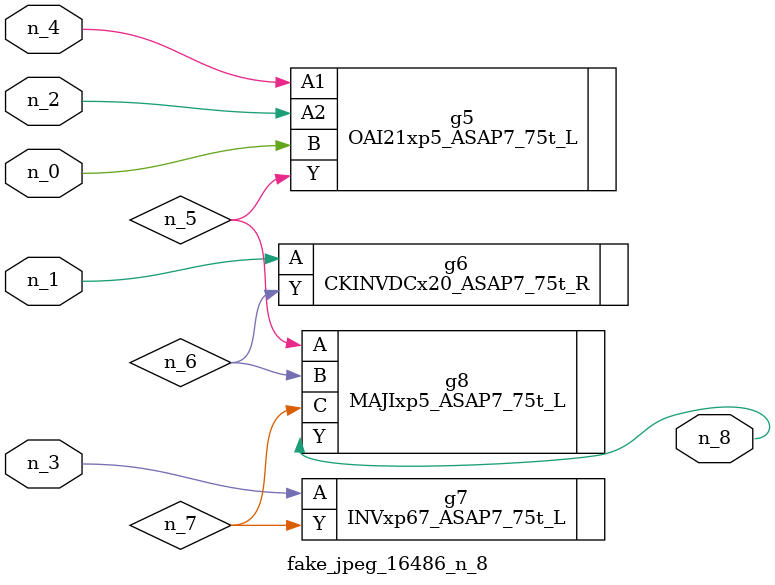
<source format=v>
module fake_jpeg_16486_n_8 (n_3, n_2, n_1, n_0, n_4, n_8);

input n_3;
input n_2;
input n_1;
input n_0;
input n_4;

output n_8;

wire n_6;
wire n_5;
wire n_7;

OAI21xp5_ASAP7_75t_L g5 ( 
.A1(n_4),
.A2(n_2),
.B(n_0),
.Y(n_5)
);

CKINVDCx20_ASAP7_75t_R g6 ( 
.A(n_1),
.Y(n_6)
);

INVxp67_ASAP7_75t_L g7 ( 
.A(n_3),
.Y(n_7)
);

MAJIxp5_ASAP7_75t_L g8 ( 
.A(n_5),
.B(n_6),
.C(n_7),
.Y(n_8)
);


endmodule
</source>
